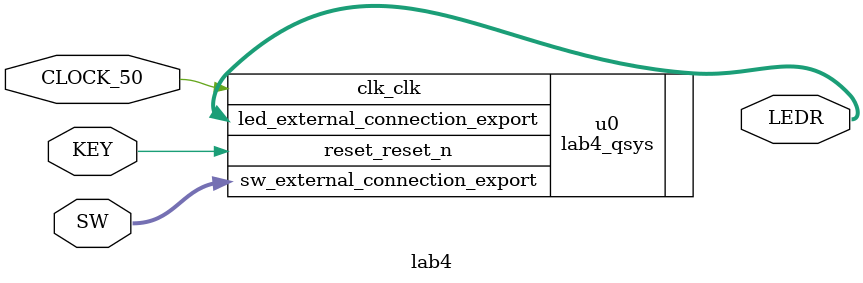
<source format=v>
module lab4(CLOCK_50, KEY, SW, LEDR);
input CLOCK_50;
input [0:0] KEY;
input [7:0] SW;
output [7:0] LEDR;

lab4_qsys u0 (
        .clk_clk                        (CLOCK_50),                        //                     clk.clk
        .reset_reset_n                  (KEY),                  //                   reset.reset_n
        .sw_external_connection_export  (SW),  //  sw_external_connection.export
        .led_external_connection_export (LEDR)  // led_external_connection.export
    );
endmodule
</source>
